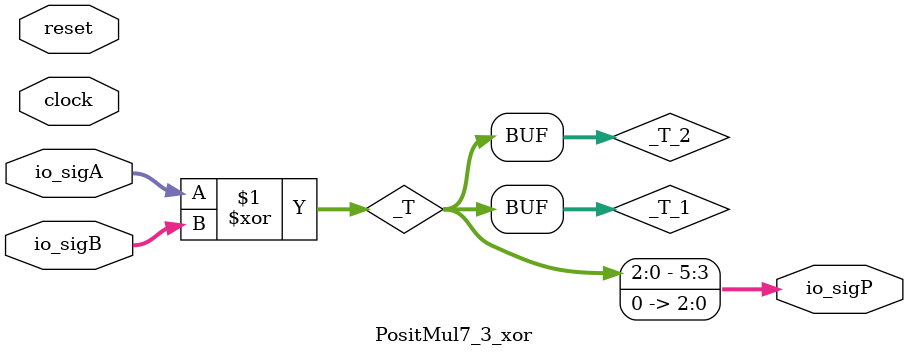
<source format=v>
module PositMul7_3_xor(
  input        clock,
  input        reset,
  input  [2:0] io_sigA,
  input  [2:0] io_sigB,
  output [5:0] io_sigP
);
  wire [2:0] _T; // @[PositMul.scala 51:23]
  wire [2:0] _T_1; // @[PositMul.scala 51:23]
  wire [2:0] _T_2; // @[Cat.scala 29:58]
  assign _T = $signed(io_sigA) ^ $signed(io_sigB); // @[PositMul.scala 51:23]
  assign _T_1 = $signed(_T); // @[PositMul.scala 51:23]
  assign _T_2 = $unsigned(_T_1); // @[Cat.scala 29:58]
  assign io_sigP = {_T_2,3'h0}; // @[PositMul.scala 51:9]
endmodule

</source>
